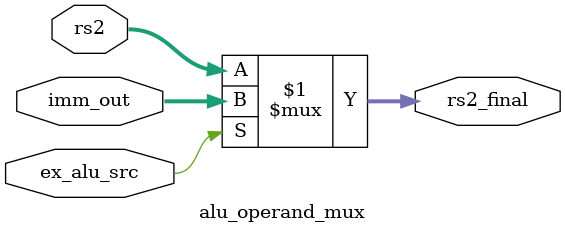
<source format=v>
module alu_operand_mux (
    input  wire [31:0] rs2,        // from register file
    input  wire [31:0] imm_out,    // from decode
    input  wire        ex_alu_src, // 1 ? use imm_out
    output wire [31:0] rs2_final   // selected operand2 for ALU
);

    assign rs2_final = ex_alu_src ? imm_out : rs2;

endmodule


</source>
